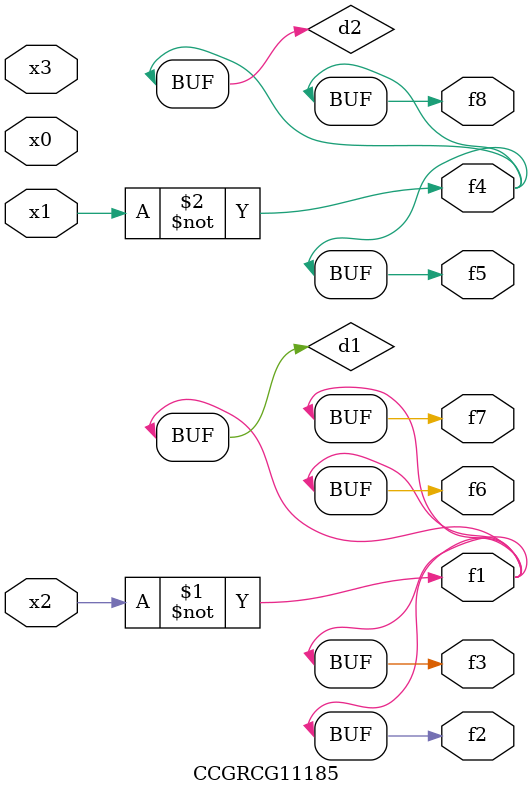
<source format=v>
module CCGRCG11185(
	input x0, x1, x2, x3,
	output f1, f2, f3, f4, f5, f6, f7, f8
);

	wire d1, d2;

	xnor (d1, x2);
	not (d2, x1);
	assign f1 = d1;
	assign f2 = d1;
	assign f3 = d1;
	assign f4 = d2;
	assign f5 = d2;
	assign f6 = d1;
	assign f7 = d1;
	assign f8 = d2;
endmodule

</source>
